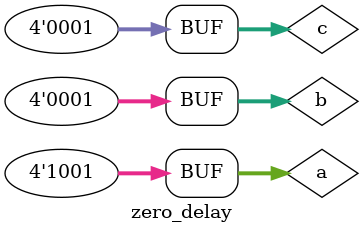
<source format=v>
module zero_delay;
  reg [3:0]a;
  reg [3:0]b;
  reg [3:0]c;
  
  initial begin
    a=4;
    b=9;
    c=1;
    
    #5; a<=b;
    #5; b<=c;
    $display("output before #0 delay",$time,a,b,c); 
  end
  initial begin
    
    #0; 
    $display("output after  #0 delay",$time,a,b,c);
  end
endmodule

</source>
